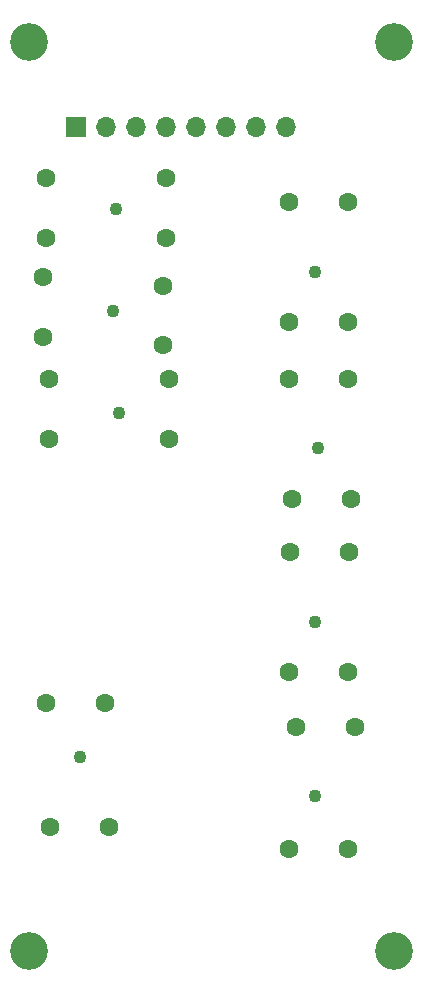
<source format=gbr>
%TF.GenerationSoftware,KiCad,Pcbnew,(6.0.8)*%
%TF.CreationDate,2023-02-12T14:01:58-05:00*%
%TF.ProjectId,PBoard PCB,50426f61-7264-4205-9043-422e6b696361,rev?*%
%TF.SameCoordinates,Original*%
%TF.FileFunction,Soldermask,Bot*%
%TF.FilePolarity,Negative*%
%FSLAX46Y46*%
G04 Gerber Fmt 4.6, Leading zero omitted, Abs format (unit mm)*
G04 Created by KiCad (PCBNEW (6.0.8)) date 2023-02-12 14:01:58*
%MOMM*%
%LPD*%
G01*
G04 APERTURE LIST*
%ADD10C,1.100000*%
%ADD11C,1.600000*%
%ADD12C,3.200000*%
%ADD13O,1.700000X1.700000*%
%ADD14R,1.700000X1.700000*%
G04 APERTURE END LIST*
D10*
%TO.C,REF\u002A\u002A*%
X97172000Y-87902000D03*
%TD*%
%TO.C,Kevin Lie-Atjam*%
X77032000Y-114028000D03*
%TD*%
%TO.C,REF\u002A\u002A*%
X96918000Y-102634000D03*
%TD*%
D11*
%TO.C,C6*%
X99996000Y-92202000D03*
X94996000Y-92202000D03*
%TD*%
%TO.C,C13*%
X94702000Y-121822000D03*
X99702000Y-121822000D03*
%TD*%
%TO.C,C14*%
X100330000Y-111506000D03*
X95330000Y-111506000D03*
%TD*%
D10*
%TO.C,Courtesy of*%
X79774000Y-76270000D03*
%TD*%
D12*
%TO.C,M3*%
X103632000Y-53508000D03*
%TD*%
D11*
%TO.C,C3*%
X84328000Y-70064000D03*
X84328000Y-65064000D03*
%TD*%
D12*
%TO.C,M3*%
X72696000Y-130508000D03*
%TD*%
D11*
%TO.C,C2*%
X74422000Y-82082000D03*
X74422000Y-87082000D03*
%TD*%
%TO.C,C4*%
X73914000Y-73446000D03*
X73914000Y-78446000D03*
%TD*%
%TO.C,C12*%
X99770000Y-96676000D03*
X94770000Y-96676000D03*
%TD*%
%TO.C,C15*%
X74168000Y-109474000D03*
X79168000Y-109474000D03*
%TD*%
%TO.C,C5*%
X99692000Y-77216000D03*
X94692000Y-77216000D03*
%TD*%
%TO.C,C10*%
X99742000Y-82042000D03*
X94742000Y-82042000D03*
%TD*%
D10*
%TO.C,REF\u002A\u002A*%
X96918000Y-117366000D03*
%TD*%
D11*
%TO.C,C16*%
X74512000Y-119956000D03*
X79512000Y-119956000D03*
%TD*%
%TO.C,C6*%
X74168000Y-65064000D03*
X74168000Y-70064000D03*
%TD*%
%TO.C,C8*%
X99692000Y-67056000D03*
X94692000Y-67056000D03*
%TD*%
D10*
%TO.C,REF\u002A\u002A*%
X80028000Y-67634000D03*
%TD*%
D12*
%TO.C,M3*%
X103632000Y-130508000D03*
%TD*%
D13*
%TO.C,GPIO*%
X94463000Y-60706000D03*
X91923000Y-60706000D03*
X89383000Y-60706000D03*
X86843000Y-60706000D03*
X84303000Y-60706000D03*
X81763000Y-60706000D03*
X79223000Y-60706000D03*
D14*
X76683000Y-60706000D03*
%TD*%
D11*
%TO.C,C11*%
X99742000Y-106836000D03*
X94742000Y-106836000D03*
%TD*%
D10*
%TO.C,REF\u002A\u002A*%
X96918000Y-72984000D03*
%TD*%
D12*
%TO.C,M3*%
X72696000Y-53508000D03*
%TD*%
D11*
%TO.C,C2*%
X84074000Y-79168000D03*
X84074000Y-74168000D03*
%TD*%
%TO.C,C1*%
X84582000Y-82082000D03*
X84582000Y-87082000D03*
%TD*%
D10*
%TO.C,MARKUP v1.0*%
X80282000Y-84906000D03*
%TD*%
M02*

</source>
